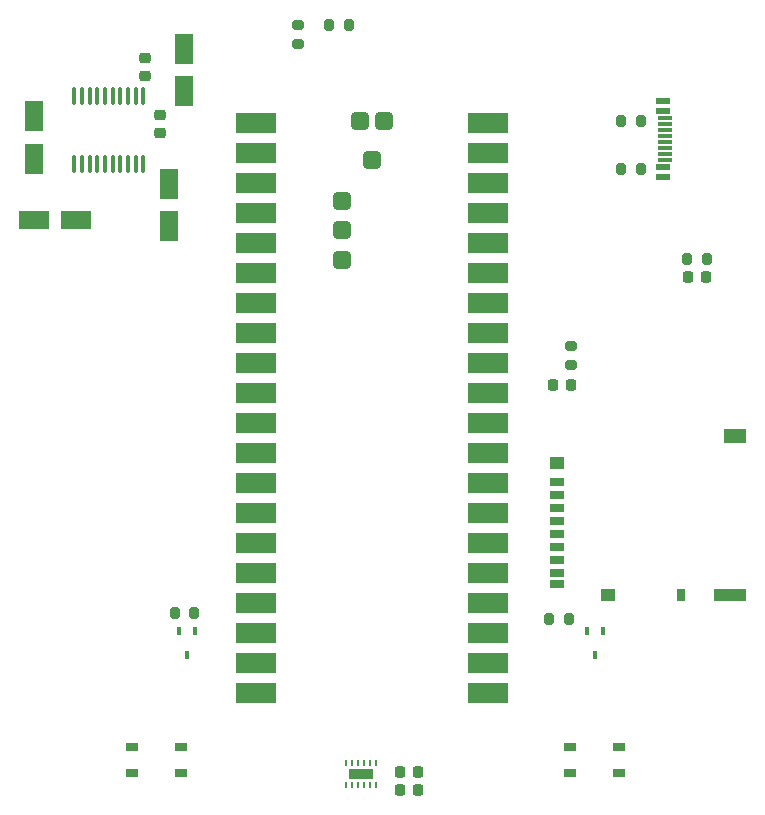
<source format=gbr>
%TF.GenerationSoftware,KiCad,Pcbnew,7.0.10-7.0.10~ubuntu22.04.1*%
%TF.CreationDate,2024-07-18T16:59:02+09:00*%
%TF.ProjectId,TurtlePico,54757274-6c65-4506-9963-6f2e6b696361,rev?*%
%TF.SameCoordinates,Original*%
%TF.FileFunction,Paste,Top*%
%TF.FilePolarity,Positive*%
%FSLAX46Y46*%
G04 Gerber Fmt 4.6, Leading zero omitted, Abs format (unit mm)*
G04 Created by KiCad (PCBNEW 7.0.10-7.0.10~ubuntu22.04.1) date 2024-07-18 16:59:02*
%MOMM*%
%LPD*%
G01*
G04 APERTURE LIST*
G04 Aperture macros list*
%AMRoundRect*
0 Rectangle with rounded corners*
0 $1 Rounding radius*
0 $2 $3 $4 $5 $6 $7 $8 $9 X,Y pos of 4 corners*
0 Add a 4 corners polygon primitive as box body*
4,1,4,$2,$3,$4,$5,$6,$7,$8,$9,$2,$3,0*
0 Add four circle primitives for the rounded corners*
1,1,$1+$1,$2,$3*
1,1,$1+$1,$4,$5*
1,1,$1+$1,$6,$7*
1,1,$1+$1,$8,$9*
0 Add four rect primitives between the rounded corners*
20,1,$1+$1,$2,$3,$4,$5,0*
20,1,$1+$1,$4,$5,$6,$7,0*
20,1,$1+$1,$6,$7,$8,$9,0*
20,1,$1+$1,$8,$9,$2,$3,0*%
G04 Aperture macros list end*
%ADD10R,0.450000X0.700000*%
%ADD11RoundRect,0.200000X-0.200000X-0.275000X0.200000X-0.275000X0.200000X0.275000X-0.200000X0.275000X0*%
%ADD12RoundRect,0.200000X-0.275000X0.200000X-0.275000X-0.200000X0.275000X-0.200000X0.275000X0.200000X0*%
%ADD13RoundRect,0.200000X0.200000X0.275000X-0.200000X0.275000X-0.200000X-0.275000X0.200000X-0.275000X0*%
%ADD14R,0.250000X0.500000*%
%ADD15R,2.000000X0.900000*%
%ADD16RoundRect,0.225000X0.225000X0.250000X-0.225000X0.250000X-0.225000X-0.250000X0.225000X-0.250000X0*%
%ADD17R,1.050000X0.650000*%
%ADD18RoundRect,0.250000X-0.550000X1.050000X-0.550000X-1.050000X0.550000X-1.050000X0.550000X1.050000X0*%
%ADD19RoundRect,0.225000X0.250000X-0.225000X0.250000X0.225000X-0.250000X0.225000X-0.250000X-0.225000X0*%
%ADD20RoundRect,0.225000X-0.225000X-0.250000X0.225000X-0.250000X0.225000X0.250000X-0.225000X0.250000X0*%
%ADD21R,3.500000X1.700000*%
%ADD22RoundRect,0.381000X-0.381000X-0.381000X0.381000X-0.381000X0.381000X0.381000X-0.381000X0.381000X0*%
%ADD23R,1.200000X0.700000*%
%ADD24R,0.800000X1.000000*%
%ADD25R,1.200000X1.000000*%
%ADD26R,2.800000X1.000000*%
%ADD27R,1.900000X1.300000*%
%ADD28RoundRect,0.250000X1.050000X0.550000X-1.050000X0.550000X-1.050000X-0.550000X1.050000X-0.550000X0*%
%ADD29RoundRect,0.100000X-0.100000X0.637500X-0.100000X-0.637500X0.100000X-0.637500X0.100000X0.637500X0*%
%ADD30R,1.150000X0.600000*%
%ADD31R,1.150000X0.300000*%
%ADD32RoundRect,0.250000X0.550000X-1.050000X0.550000X1.050000X-0.550000X1.050000X-0.550000X-1.050000X0*%
%ADD33RoundRect,0.225000X-0.250000X0.225000X-0.250000X-0.225000X0.250000X-0.225000X0.250000X0.225000X0*%
G04 APERTURE END LIST*
D10*
%TO.C,Q1*%
X164988000Y-114840000D03*
X163688000Y-114840000D03*
X164338000Y-116840000D03*
%TD*%
D11*
%TO.C,R4*%
X166561000Y-71628000D03*
X168211000Y-71628000D03*
%TD*%
D12*
%TO.C,R8*%
X139192000Y-63500000D03*
X139192000Y-65150000D03*
%TD*%
D13*
%TO.C,R7*%
X143510000Y-63500000D03*
X141860000Y-63500000D03*
%TD*%
D14*
%TO.C,IC1*%
X145796000Y-125984000D03*
X145296000Y-125984000D03*
X144796000Y-125984000D03*
X144296000Y-125984000D03*
X143796000Y-125984000D03*
X143296000Y-125984000D03*
X143296000Y-127884000D03*
X143796000Y-127884000D03*
X144296000Y-127884000D03*
X144796000Y-127884000D03*
X145296000Y-127884000D03*
X145796000Y-127884000D03*
D15*
X144546000Y-126934000D03*
%TD*%
D13*
%TO.C,R6*%
X130428000Y-113284000D03*
X128778000Y-113284000D03*
%TD*%
%TO.C,R5*%
X162115000Y-113792000D03*
X160465000Y-113792000D03*
%TD*%
D16*
%TO.C,C2*%
X162319000Y-93980000D03*
X160769000Y-93980000D03*
%TD*%
D17*
%TO.C,SW2*%
X125179000Y-124655000D03*
X125179000Y-126805000D03*
X129329000Y-124655000D03*
X129329000Y-126805000D03*
%TD*%
D18*
%TO.C,C6*%
X128270000Y-76940000D03*
X128270000Y-80540000D03*
%TD*%
D11*
%TO.C,R3*%
X172149000Y-83312000D03*
X173799000Y-83312000D03*
%TD*%
D19*
%TO.C,C3*%
X126238000Y-67818000D03*
X126238000Y-66268000D03*
%TD*%
D20*
%TO.C,C9*%
X147815000Y-126746000D03*
X149365000Y-126746000D03*
%TD*%
D17*
%TO.C,SW1*%
X162263000Y-124655000D03*
X162263000Y-126805000D03*
X166413000Y-124655000D03*
X166413000Y-126805000D03*
%TD*%
D21*
%TO.C,U2*%
X135675900Y-71770000D03*
X135675900Y-74310000D03*
X135675900Y-76850000D03*
X135675900Y-79390000D03*
X135675900Y-81930000D03*
X135675900Y-84470000D03*
X135675900Y-87010000D03*
X135675900Y-89550000D03*
X135675900Y-92090000D03*
X135675900Y-94630000D03*
X135675900Y-97170000D03*
X135675900Y-99710000D03*
X135675900Y-102250000D03*
X135675900Y-104790000D03*
X135675900Y-107330000D03*
X135675900Y-109870000D03*
X135675900Y-112410000D03*
X135675900Y-114950000D03*
X135675900Y-117490000D03*
X135675900Y-120030000D03*
X155255900Y-120030000D03*
X155255900Y-117490000D03*
X155255900Y-114950000D03*
X155255900Y-112410000D03*
X155255900Y-109870000D03*
X155255900Y-107330000D03*
X155255900Y-104790000D03*
X155255900Y-102250000D03*
X155255900Y-99710000D03*
X155255900Y-97170000D03*
X155255900Y-94630000D03*
X155255900Y-92090000D03*
X155255900Y-89550000D03*
X155255900Y-87010000D03*
X155255900Y-84470000D03*
X155255900Y-81930000D03*
X155255900Y-79390000D03*
X155255900Y-76850000D03*
X155255900Y-74310000D03*
X155255900Y-71770000D03*
D22*
X145465900Y-74900000D03*
X146465900Y-71600000D03*
X144465900Y-71600000D03*
X142965900Y-78400000D03*
X142965900Y-80900000D03*
X142965900Y-83400000D03*
%TD*%
D23*
%TO.C,J11*%
X161133000Y-102160000D03*
X161133000Y-103260000D03*
X161133000Y-104360000D03*
X161133000Y-105460000D03*
X161133000Y-106560000D03*
X161133000Y-107660000D03*
X161133000Y-108760000D03*
X161133000Y-109860000D03*
X161133000Y-110810000D03*
D24*
X171633000Y-111760000D03*
D25*
X165433000Y-111760000D03*
D26*
X175783000Y-111760000D03*
D25*
X161133000Y-100610000D03*
D27*
X176233000Y-98260000D03*
%TD*%
D28*
%TO.C,C8*%
X120418000Y-80010000D03*
X116818000Y-80010000D03*
%TD*%
D11*
%TO.C,R1*%
X166561000Y-75692000D03*
X168211000Y-75692000D03*
%TD*%
D29*
%TO.C,U1*%
X126115000Y-69527500D03*
X125465000Y-69527500D03*
X124815000Y-69527500D03*
X124165000Y-69527500D03*
X123515000Y-69527500D03*
X122865000Y-69527500D03*
X122215000Y-69527500D03*
X121565000Y-69527500D03*
X120915000Y-69527500D03*
X120265000Y-69527500D03*
X120265000Y-75252500D03*
X120915000Y-75252500D03*
X121565000Y-75252500D03*
X122215000Y-75252500D03*
X122865000Y-75252500D03*
X123515000Y-75252500D03*
X124165000Y-75252500D03*
X124815000Y-75252500D03*
X125465000Y-75252500D03*
X126115000Y-75252500D03*
%TD*%
D20*
%TO.C,C10*%
X147828000Y-128270000D03*
X149378000Y-128270000D03*
%TD*%
D30*
%TO.C,J1*%
X170143700Y-76350400D03*
X170143700Y-75550000D03*
D31*
X170272500Y-74400000D03*
X170272500Y-73400000D03*
X170272500Y-72900000D03*
X170272500Y-71900000D03*
D30*
X170143700Y-69950000D03*
X170143700Y-70750000D03*
D31*
X170272500Y-71400000D03*
X170272500Y-72400000D03*
X170272500Y-73900000D03*
X170272500Y-74900000D03*
%TD*%
D10*
%TO.C,Q2*%
X130444000Y-114840000D03*
X129144000Y-114840000D03*
X129794000Y-116840000D03*
%TD*%
D18*
%TO.C,C7*%
X116840000Y-71225000D03*
X116840000Y-74825000D03*
%TD*%
D32*
%TO.C,C5*%
X129540000Y-69110000D03*
X129540000Y-65510000D03*
%TD*%
D12*
%TO.C,R2*%
X162306000Y-90678000D03*
X162306000Y-92328000D03*
%TD*%
D33*
%TO.C,C4*%
X127508000Y-71107000D03*
X127508000Y-72657000D03*
%TD*%
D16*
%TO.C,C1*%
X173749000Y-84836000D03*
X172199000Y-84836000D03*
%TD*%
M02*

</source>
